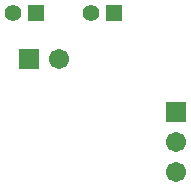
<source format=gbr>
%TF.GenerationSoftware,Altium Limited,Altium Designer,22.7.1 (60)*%
G04 Layer_Color=16711935*
%FSLAX45Y45*%
%MOMM*%
%TF.SameCoordinates,04235CBA-543E-4B11-AFE6-CF9E8B66919D*%
%TF.FilePolarity,Negative*%
%TF.FileFunction,Soldermask,Bot*%
%TF.Part,Single*%
G01*
G75*
%TA.AperFunction,ComponentPad*%
%ADD22R,1.70320X1.70320*%
%ADD23C,1.70320*%
%ADD24R,1.70320X1.70320*%
%ADD25C,1.40320*%
%ADD26R,1.40320X1.40320*%
D22*
X10960100Y6946900D02*
D03*
D23*
Y6692900D02*
D03*
Y6438900D02*
D03*
X9969500Y7391400D02*
D03*
D24*
X9715500D02*
D03*
D25*
X10237800Y7781400D02*
D03*
X9577400D02*
D03*
D26*
X10437800D02*
D03*
X9777400D02*
D03*
%TF.MD5,ece75409804f821d6673d78224cc2c06*%
M02*

</source>
